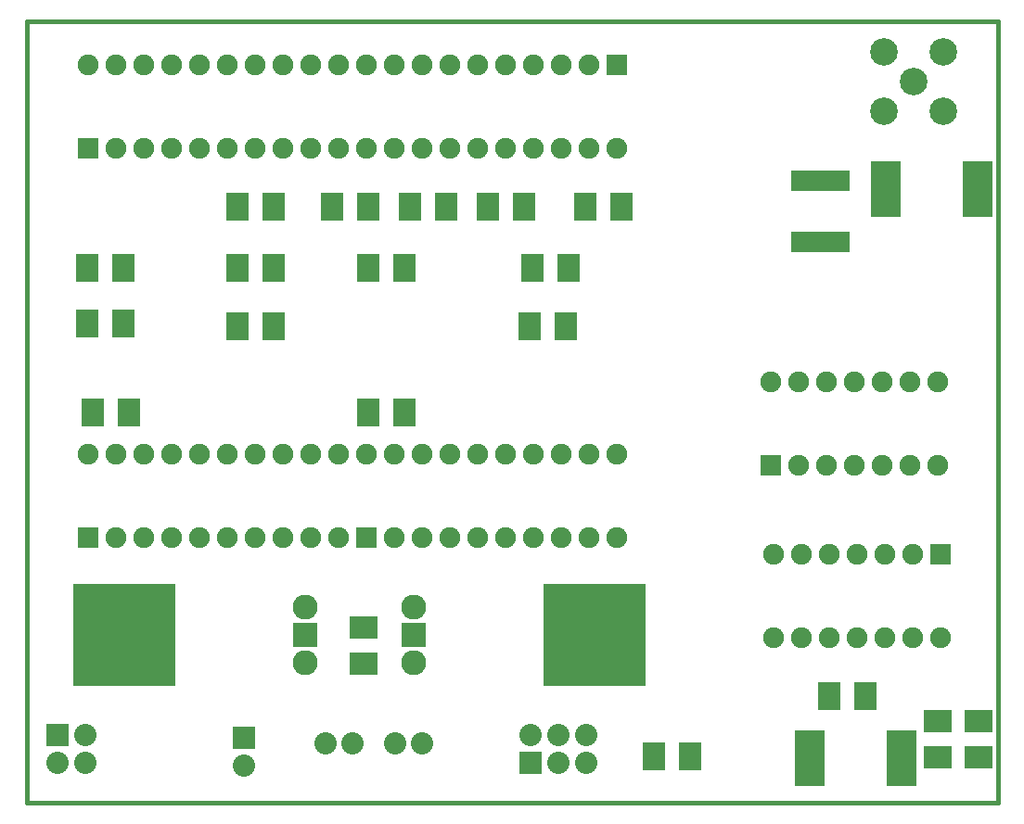
<source format=gts>
G04 (created by PCBNEW-RS274X (2010-05-05 BZR 2356)-stable) date 12/25/2011 2:18:58 PM*
G01*
G70*
G90*
%MOIN*%
G04 Gerber Fmt 3.4, Leading zero omitted, Abs format*
%FSLAX34Y34*%
G04 APERTURE LIST*
%ADD10C,0.006000*%
%ADD11C,0.015000*%
%ADD12C,0.080000*%
%ADD13R,0.075000X0.075000*%
%ADD14C,0.075000*%
%ADD15R,0.370000X0.370000*%
%ADD16C,0.090000*%
%ADD17R,0.090000X0.090000*%
%ADD18R,0.080000X0.080000*%
%ADD19R,0.110500X0.201100*%
%ADD20R,0.080000X0.100000*%
%ADD21R,0.100000X0.080000*%
%ADD22C,0.098700*%
%ADD23R,0.036500X0.077900*%
G04 APERTURE END LIST*
G54D10*
G54D11*
X23570Y-70490D02*
X23580Y-70490D01*
X23570Y-71130D02*
X23570Y-70490D01*
X58480Y-71130D02*
X23570Y-71130D01*
X58480Y-43050D02*
X58480Y-71130D01*
X23570Y-43050D02*
X58480Y-43050D01*
X23570Y-70590D02*
X23570Y-43050D01*
G54D12*
X37792Y-69000D03*
X36808Y-69000D03*
X34308Y-69000D03*
X35292Y-69000D03*
G54D13*
X56430Y-62210D03*
G54D14*
X55430Y-62210D03*
X54430Y-62210D03*
X53430Y-62210D03*
X52430Y-62210D03*
X51430Y-62210D03*
X50430Y-62210D03*
X50430Y-65210D03*
X51430Y-65210D03*
X52430Y-65210D03*
X53430Y-65210D03*
X54430Y-65210D03*
X55430Y-65210D03*
X56430Y-65210D03*
G54D13*
X50330Y-59010D03*
G54D14*
X51330Y-59010D03*
X52330Y-59010D03*
X53330Y-59010D03*
X54330Y-59010D03*
X55330Y-59010D03*
X56330Y-59010D03*
X56330Y-56010D03*
X55330Y-56010D03*
X54330Y-56010D03*
X53330Y-56010D03*
X52330Y-56010D03*
X51330Y-56010D03*
X50330Y-56010D03*
G54D13*
X25800Y-47600D03*
G54D14*
X26800Y-47600D03*
X27800Y-47600D03*
X28800Y-47600D03*
X29800Y-47600D03*
X30800Y-47600D03*
X31800Y-47600D03*
X32800Y-47600D03*
X33800Y-47600D03*
X34800Y-47600D03*
X34800Y-44600D03*
X33800Y-44600D03*
X32800Y-44600D03*
X31800Y-44600D03*
X30800Y-44600D03*
X29800Y-44600D03*
X28800Y-44600D03*
X27800Y-44600D03*
X26800Y-44600D03*
X25800Y-44600D03*
G54D13*
X35800Y-61600D03*
G54D14*
X36800Y-61600D03*
X37800Y-61600D03*
X38800Y-61600D03*
X39800Y-61600D03*
X40800Y-61600D03*
X41800Y-61600D03*
X42800Y-61600D03*
X43800Y-61600D03*
X44800Y-61600D03*
X44800Y-58600D03*
X43800Y-58600D03*
X42800Y-58600D03*
X41800Y-58600D03*
X40800Y-58600D03*
X39800Y-58600D03*
X38800Y-58600D03*
X37800Y-58600D03*
X36800Y-58600D03*
X35800Y-58600D03*
G54D13*
X44800Y-44600D03*
G54D14*
X43800Y-44600D03*
X42800Y-44600D03*
X41800Y-44600D03*
X40800Y-44600D03*
X39800Y-44600D03*
X38800Y-44600D03*
X37800Y-44600D03*
X36800Y-44600D03*
X35800Y-44600D03*
X35800Y-47600D03*
X36800Y-47600D03*
X37800Y-47600D03*
X38800Y-47600D03*
X39800Y-47600D03*
X40800Y-47600D03*
X41800Y-47600D03*
X42800Y-47600D03*
X43800Y-47600D03*
X44800Y-47600D03*
G54D13*
X25800Y-61600D03*
G54D14*
X26800Y-61600D03*
X27800Y-61600D03*
X28800Y-61600D03*
X29800Y-61600D03*
X30800Y-61600D03*
X31800Y-61600D03*
X32800Y-61600D03*
X33800Y-61600D03*
X34800Y-61600D03*
X34800Y-58600D03*
X33800Y-58600D03*
X32800Y-58600D03*
X31800Y-58600D03*
X30800Y-58600D03*
X29800Y-58600D03*
X28800Y-58600D03*
X27800Y-58600D03*
X26800Y-58600D03*
X25800Y-58600D03*
G54D15*
X27100Y-65100D03*
G54D16*
X33600Y-66100D03*
G54D17*
X33600Y-65100D03*
G54D16*
X33600Y-64100D03*
G54D15*
X44000Y-65100D03*
G54D16*
X37500Y-64100D03*
G54D17*
X37500Y-65100D03*
G54D16*
X37500Y-66100D03*
G54D18*
X31400Y-68800D03*
G54D12*
X31400Y-69800D03*
G54D18*
X24700Y-68700D03*
G54D12*
X25700Y-68700D03*
X24700Y-69700D03*
X25700Y-69700D03*
G54D18*
X41700Y-69700D03*
G54D12*
X41700Y-68700D03*
X42700Y-69700D03*
X42700Y-68700D03*
X43700Y-69700D03*
X43700Y-68700D03*
G54D19*
X51727Y-69560D03*
X55033Y-69560D03*
X57743Y-49090D03*
X54437Y-49090D03*
G54D20*
X52420Y-67320D03*
X53720Y-67320D03*
X37150Y-57100D03*
X35850Y-57100D03*
X25950Y-57100D03*
X27250Y-57100D03*
X31150Y-54000D03*
X32450Y-54000D03*
X31150Y-51900D03*
X32450Y-51900D03*
X27050Y-51900D03*
X25750Y-51900D03*
G54D21*
X56330Y-68210D03*
X56330Y-69510D03*
G54D20*
X37150Y-51900D03*
X35850Y-51900D03*
X34550Y-49700D03*
X35850Y-49700D03*
X31150Y-49700D03*
X32450Y-49700D03*
X46130Y-69490D03*
X47430Y-69490D03*
X44950Y-49700D03*
X43650Y-49700D03*
G54D21*
X57800Y-69510D03*
X57800Y-68210D03*
G54D20*
X41450Y-49700D03*
X40150Y-49700D03*
X37350Y-49700D03*
X38650Y-49700D03*
X41650Y-54000D03*
X42950Y-54000D03*
G54D21*
X35700Y-66150D03*
X35700Y-64850D03*
G54D20*
X41750Y-51900D03*
X43050Y-51900D03*
X27050Y-53900D03*
X25750Y-53900D03*
G54D22*
X55440Y-45210D03*
X56503Y-46273D03*
X56503Y-44147D03*
X54377Y-44147D03*
X54377Y-46273D03*
G54D23*
X51972Y-50972D03*
X52228Y-50972D03*
X52484Y-50972D03*
X52740Y-50972D03*
X51208Y-48770D03*
X51204Y-50972D03*
X51460Y-50972D03*
X51716Y-50972D03*
X52996Y-48768D03*
X52740Y-48768D03*
X52484Y-48768D03*
X52228Y-48768D03*
X51972Y-48768D03*
X51716Y-48768D03*
X52996Y-50972D03*
X51460Y-48770D03*
M02*

</source>
